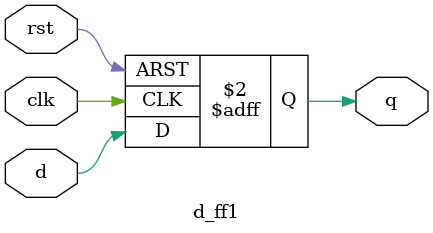
<source format=v>
module ABRO(rst, clk, O, A, B, R);
input rst, clk;
input A;
input B;
input R;
output O;
ABRO_blif u_main(.rst(rst), .clk(clk), .O(O), .A(A), .B(B), .R(R));
endmodule

module d_ff0(rst, clk, q, d);
input rst, clk, d;
output q;
reg q;
always @(posedge clk or posedge rst) begin
  if(rst) q <= 1'b0; else
      q <= d;
end
endmodule

module d_ff1(rst, clk, q, d);
input rst, clk, d;
output q;
reg q;
always @(posedge clk or posedge rst) begin
  if(rst) q <= 1'b1; else
      q <= d;
end
endmodule


</source>
